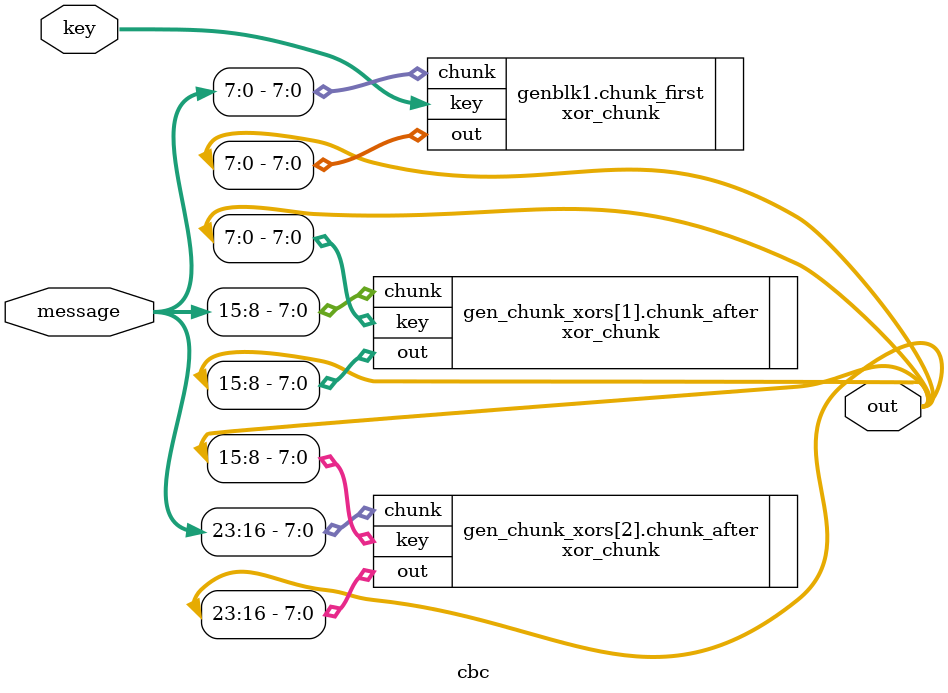
<source format=sv>
module cbc # (
  parameter n = 1,
  parameter m = 3
) (
  input logic  [n*m*8-1:0] message,
  input logic  [n*8-1:0] key,
  output logic [n*m*8-1:0] out
);

// First message chunk uses key and only generate if message is not of 0 length
if (m != 0) begin
  xor_chunk # (
    .n(n)
  ) chunk_first (
    .chunk(message[n*8-1:0]),
    .key(key),
    .out(out[n*8-1:0])
  );
end


// Generate remaining chunks
for (genvar chunk = 1; chunk < m; chunk++) begin: gen_chunk_xors

  xor_chunk # (
    .n(n)
  ) chunk_after (
    .chunk(message[(chunk+1)*n*8-1:chunk*n*8]),
    .key(out[(chunk)*n*8-1:(chunk-1)*n*8]),  // Output of previous chunk is key for the next chunk
    .out(out[(chunk+1)*n*8-1:chunk*n*8])
  );

end


endmodule


</source>
